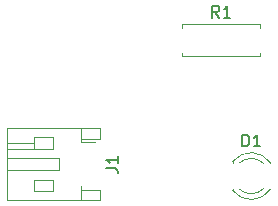
<source format=gbr>
%TF.GenerationSoftware,KiCad,Pcbnew,8.0.8*%
%TF.CreationDate,2025-02-18T20:07:34-06:00*%
%TF.ProjectId,Lab5,4c616235-2e6b-4696-9361-645f70636258,rev?*%
%TF.SameCoordinates,Original*%
%TF.FileFunction,Legend,Top*%
%TF.FilePolarity,Positive*%
%FSLAX46Y46*%
G04 Gerber Fmt 4.6, Leading zero omitted, Abs format (unit mm)*
G04 Created by KiCad (PCBNEW 8.0.8) date 2025-02-18 20:07:34*
%MOMM*%
%LPD*%
G01*
G04 APERTURE LIST*
%ADD10C,0.150000*%
%ADD11C,0.120000*%
G04 APERTURE END LIST*
D10*
X37023333Y-16084819D02*
X36690000Y-15608628D01*
X36451905Y-16084819D02*
X36451905Y-15084819D01*
X36451905Y-15084819D02*
X36832857Y-15084819D01*
X36832857Y-15084819D02*
X36928095Y-15132438D01*
X36928095Y-15132438D02*
X36975714Y-15180057D01*
X36975714Y-15180057D02*
X37023333Y-15275295D01*
X37023333Y-15275295D02*
X37023333Y-15418152D01*
X37023333Y-15418152D02*
X36975714Y-15513390D01*
X36975714Y-15513390D02*
X36928095Y-15561009D01*
X36928095Y-15561009D02*
X36832857Y-15608628D01*
X36832857Y-15608628D02*
X36451905Y-15608628D01*
X37975714Y-16084819D02*
X37404286Y-16084819D01*
X37690000Y-16084819D02*
X37690000Y-15084819D01*
X37690000Y-15084819D02*
X37594762Y-15227676D01*
X37594762Y-15227676D02*
X37499524Y-15322914D01*
X37499524Y-15322914D02*
X37404286Y-15370533D01*
X27454819Y-28833333D02*
X28169104Y-28833333D01*
X28169104Y-28833333D02*
X28311961Y-28880952D01*
X28311961Y-28880952D02*
X28407200Y-28976190D01*
X28407200Y-28976190D02*
X28454819Y-29119047D01*
X28454819Y-29119047D02*
X28454819Y-29214285D01*
X28454819Y-27833333D02*
X28454819Y-28404761D01*
X28454819Y-28119047D02*
X27454819Y-28119047D01*
X27454819Y-28119047D02*
X27597676Y-28214285D01*
X27597676Y-28214285D02*
X27692914Y-28309523D01*
X27692914Y-28309523D02*
X27740533Y-28404761D01*
X38991905Y-26994819D02*
X38991905Y-25994819D01*
X38991905Y-25994819D02*
X39230000Y-25994819D01*
X39230000Y-25994819D02*
X39372857Y-26042438D01*
X39372857Y-26042438D02*
X39468095Y-26137676D01*
X39468095Y-26137676D02*
X39515714Y-26232914D01*
X39515714Y-26232914D02*
X39563333Y-26423390D01*
X39563333Y-26423390D02*
X39563333Y-26566247D01*
X39563333Y-26566247D02*
X39515714Y-26756723D01*
X39515714Y-26756723D02*
X39468095Y-26851961D01*
X39468095Y-26851961D02*
X39372857Y-26947200D01*
X39372857Y-26947200D02*
X39230000Y-26994819D01*
X39230000Y-26994819D02*
X38991905Y-26994819D01*
X40515714Y-26994819D02*
X39944286Y-26994819D01*
X40230000Y-26994819D02*
X40230000Y-25994819D01*
X40230000Y-25994819D02*
X40134762Y-26137676D01*
X40134762Y-26137676D02*
X40039524Y-26232914D01*
X40039524Y-26232914D02*
X39944286Y-26280533D01*
D11*
%TO.C,R1*%
X33920000Y-16630000D02*
X40460000Y-16630000D01*
X33920000Y-16960000D02*
X33920000Y-16630000D01*
X33920000Y-19040000D02*
X33920000Y-19370000D01*
X33920000Y-19370000D02*
X40460000Y-19370000D01*
X40460000Y-16630000D02*
X40460000Y-16960000D01*
X40460000Y-19370000D02*
X40460000Y-19040000D01*
%TO.C,J1*%
X26910000Y-25440000D02*
X19090000Y-25440000D01*
X25310000Y-25440000D02*
X25310000Y-26360000D01*
X19090000Y-25440000D02*
X19090000Y-31560000D01*
X22950000Y-26200000D02*
X21350000Y-26200000D01*
X21350000Y-26200000D02*
X21350000Y-27200000D01*
X26910000Y-26360000D02*
X26910000Y-25440000D01*
X25310000Y-26360000D02*
X26910000Y-26360000D01*
X25310000Y-26640000D02*
X25310000Y-26360000D01*
X25310000Y-26640000D02*
X26525000Y-26640000D01*
X21350000Y-26700000D02*
X19090000Y-26700000D01*
X22950000Y-27200000D02*
X22950000Y-26200000D01*
X21350000Y-27200000D02*
X22950000Y-27200000D01*
X21350000Y-27200000D02*
X19090000Y-27200000D01*
X23450000Y-28000000D02*
X23450000Y-29000000D01*
X19090000Y-28000000D02*
X23450000Y-28000000D01*
X23450000Y-29000000D02*
X19090000Y-29000000D01*
X22950000Y-29800000D02*
X22950000Y-30800000D01*
X21350000Y-29800000D02*
X22950000Y-29800000D01*
X26910000Y-30640000D02*
X25310000Y-30640000D01*
X25310000Y-30640000D02*
X25310000Y-30360000D01*
X22950000Y-30800000D02*
X21350000Y-30800000D01*
X21350000Y-30800000D02*
X21350000Y-29800000D01*
X26910000Y-31560000D02*
X26910000Y-30640000D01*
X25310000Y-31560000D02*
X25310000Y-30640000D01*
X19090000Y-31560000D02*
X26910000Y-31560000D01*
%TO.C,D1*%
X38170000Y-28264000D02*
X38170000Y-28420000D01*
X38170000Y-30580000D02*
X38170000Y-30736000D01*
X38170000Y-28264484D02*
G75*
G02*
X41401397Y-28419939I1560000J-1235516D01*
G01*
X38689039Y-28420000D02*
G75*
G02*
X40770910Y-28419951I1040961J-1080000D01*
G01*
X40770910Y-30580049D02*
G75*
G02*
X38689039Y-30580000I-1040910J1080049D01*
G01*
X41401397Y-30580061D02*
G75*
G02*
X38170000Y-30735516I-1671397J1080061D01*
G01*
%TD*%
M02*

</source>
